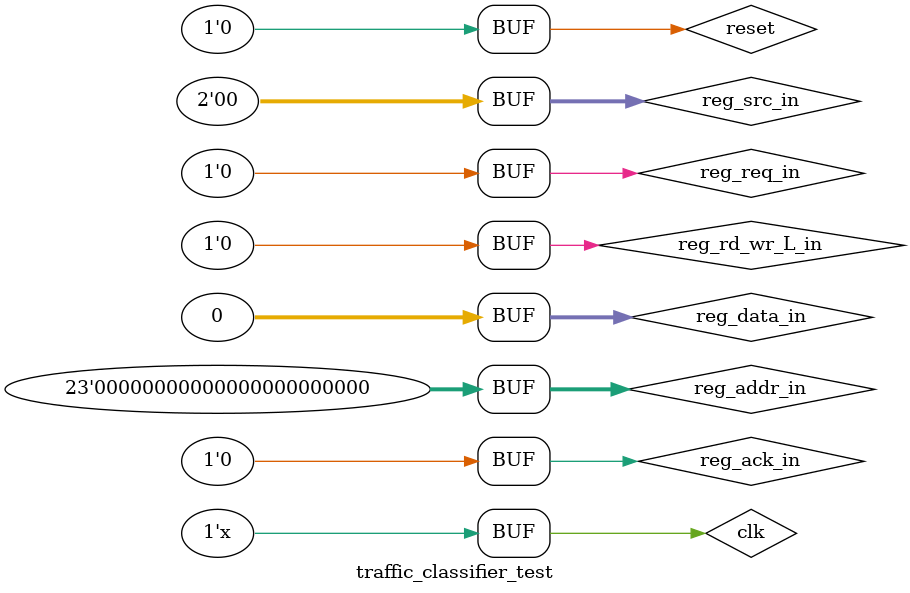
<source format=v>
`timescale 1ns / 1ps

module traffic_classifier_test;

	// Inputs
	reg out_rdy;
	reg [63:0] in_data;
	reg [7:0] in_ctrl;
	reg in_wr;
	reg reg_req_in;
	reg reg_ack_in;
	reg reg_rd_wr_L_in;
	reg [22:0] reg_addr_in;
	reg [31:0] reg_data_in;
	reg [1:0] reg_src_in;
	reg clk;
	reg reset;

	// Outputs
	wire [63:0] out_data;
	wire [7:0] out_ctrl;
	wire out_wr;
	wire in_rdy;
	wire reg_req_out;
	wire reg_ack_out;
	wire reg_rd_wr_L_out;
	wire [22:0] reg_addr_out;
	wire [31:0] reg_data_out;
	wire [1:0] reg_src_out;
	
	// Logic
	reg [31:0] counter;
	reg [31:0] global_counter;
	reg [1:0] state, state_next;
	reg counter_reset;
    reg counter_en;
	
	localparam STATE_RESET = 0;
	localparam STATE_SEND = 1;
	localparam STATE_WAIT = 2;
    
    // SRAM connection
    wire rd_0_req, wr_0_req, rd_0_ack, rd_0_vld, wr_0_ack;
	wire [71:0] rd_0_data, wr_0_data;
	wire [18:0] rd_0_addr, wr_0_addr;    

	// Instantiate the Unit Under Test (UUT)
	traffic_classifier uut (
		.out_data(out_data), 
		.out_ctrl(out_ctrl), 
		.out_wr(out_wr), 
		.out_rdy(out_rdy), 
		.in_data(in_data), 
		.in_ctrl(in_ctrl), 
		.in_wr(in_wr), 
		.in_rdy(in_rdy), 
		.reg_req_in(reg_req_in), 
		.reg_ack_in(reg_ack_in), 
		.reg_rd_wr_L_in(reg_rd_wr_L_in), 
		.reg_addr_in(reg_addr_in), 
		.reg_data_in(reg_data_in), 
		.reg_src_in(reg_src_in), 
		.reg_req_out(reg_req_out), 
		.reg_ack_out(reg_ack_out), 
		.reg_rd_wr_L_out(reg_rd_wr_L_out), 
		.reg_addr_out(reg_addr_out), 
		.reg_data_out(reg_data_out), 
		.reg_src_out(reg_src_out), 
		.clk(clk), 
		.reset(reset),
        .wr_0_addr(wr_0_addr),
        .wr_0_req(wr_0_req),
        .wr_0_data(wr_0_data),
        .wr_0_ack(wr_0_ack),
        .rd_0_ack(rd_0_ack),
        .rd_0_data(rd_0_data),
        .rd_0_vld(rd_0_vld),
        .rd_0_addr(rd_0_addr),
        .rd_0_req(rd_0_req)
	);
    
    // Fake SRAM
	fake_netfpga_sram sram (
		.clk(clk), 
		.reset(reset),
        .wr_0_addr(wr_0_addr),
        .wr_0_req(wr_0_req),
        .wr_0_data(wr_0_data),
        .wr_0_ack(wr_0_ack),
        .rd_0_ack(rd_0_ack),
        .rd_0_data(rd_0_data),
        .rd_0_vld(rd_0_vld),
        .rd_0_addr(rd_0_addr),
        .rd_0_req(rd_0_req)
	);

	// Initialization
	initial begin
		// Initialize Inputs
		in_data = 0;
		in_ctrl = 0;
		in_wr = 0;
		reg_req_in = 0;
		reg_ack_in = 0;
		reg_rd_wr_L_in = 0;
		reg_addr_in = 0;
		reg_data_in = 0;
		reg_src_in = 0;
		clk = 1;
		reset = 1;

		// Wait 100 ns for global reset to finish
		#100;
        
		// Start
		reset = 0;
	end
   
	// Clock
	always begin
	  #5 clk = ~clk;
	end
	
	// FSM 
	always @(*) begin
		state_next = state;
		counter_reset = 0;
        counter_en = 0;
		in_data = #1 0;
		in_ctrl = #1 0;
		in_wr = #1 0;
		out_rdy = #1 (global_counter % 5) != 0;
		case (state)
			STATE_RESET: begin
				if (!reset)
					state_next = STATE_WAIT;
			end
			STATE_SEND: begin
                in_wr = #1 1;
                counter_en = 1;
                case (counter)
                    0: begin
                        in_ctrl = #1 8'hFF;
                        in_data = #1 64'h0;
                    end
                    1: begin
                        in_data = #1 64'h0023ebf960000017;
                    end
                    2: begin
                        in_data = #1 64'ha44081e408004510;
                    end
                    3: begin
                        in_data = #1 64'h0058070e40004006;
                    end
                    4: begin
                        in_data = #1 64'hb98dc06c759493e5;
                    end
                    5: begin
                        in_data = #1 64'hb00ece870016cec4;
                    end
                    6: begin
                        in_data = #1 64'hc8fd4b7b71175018;
                    end
                    7: begin
                        in_data = #1 64'hf53c23e00000db58;
                    end
                    8: begin
                        in_data = #1 64'h0a289714de6d048b;
                    end
                    9: begin
                        in_data = #1 64'h48bcc280fcd9e494;
                    end
                    10: begin
                        in_data = #1 64'he518a1b9e62c7980;
                    end
                    11,12,13: begin
                        in_data = #1 0;
                    end
                    14: begin
                        in_data = #1 0;
                        in_ctrl = #1 8'hFF;
                    end
                    15: begin
                        in_data = #1 64'h0017a44081e40023;
                    end
                    16: begin
                        in_data = #1 64'hebf9600008004500;
                    end
                    17: begin
                        in_data = #1 64'h004c000040002c11;
                    end
                    18: begin
                        in_data = #1 64'h5edf5bbd5e04c06c;
                    end
                    19: begin
                        in_data = #1 64'h7594007b007b0038;
                    end
                    20: begin
                        in_data = #1 64'h190d240206ec0000;
                    end
                    21: begin
                        in_data = #1 64'h021f00000be6c14f;
                    end
                    22, 23, 24, 25: begin
                        in_data = #1 0;
                    end
                    26, 27, 28, 29, 30, 31: begin
                        in_data = #1 0;
                        in_wr = #1 0;
                    end
                    32: begin
                        in_data = #1 0;
                        in_wr = #1 0;
                        counter_reset = 1;
                    end
                endcase
				if (!in_rdy)
                    state_next = STATE_WAIT;
			end
            STATE_WAIT: begin
                if (in_rdy)
                    state_next = STATE_SEND;
            end
		endcase
	end
	
	// Counter management
	always @(posedge clk) begin
		if (reset || counter_reset)
			counter <= 0;
		else if (counter_en)
			counter <= counter + 1;
	end
	
	// Global counter management
	always @(posedge clk) begin
		if (reset)
			global_counter <= 0;
		else
			global_counter <= global_counter + 1;
	end
	
	// State management
	always @(posedge clk) begin
		if (reset)
			state <= STATE_RESET;
		else
			state <= state_next;
	end
	
	
endmodule


</source>
